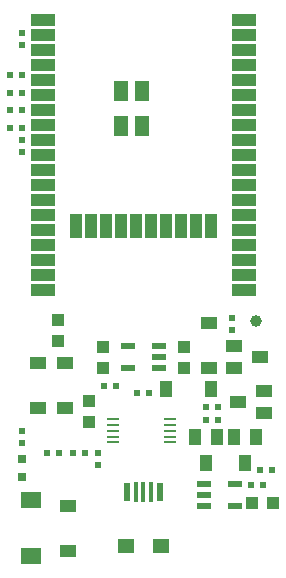
<source format=gbr>
G04 #@! TF.GenerationSoftware,KiCad,Pcbnew,5.1.0-rc2-unknown-036be7d~80~ubuntu16.04.1*
G04 #@! TF.CreationDate,2023-10-02T14:06:35+03:00*
G04 #@! TF.ProjectId,ESP32-DevKit-Lipo_Rev_D,45535033-322d-4446-9576-4b69742d4c69,D*
G04 #@! TF.SameCoordinates,Original*
G04 #@! TF.FileFunction,Paste,Top*
G04 #@! TF.FilePolarity,Positive*
%FSLAX46Y46*%
G04 Gerber Fmt 4.6, Leading zero omitted, Abs format (unit mm)*
G04 Created by KiCad (PCBNEW 5.1.0-rc2-unknown-036be7d~80~ubuntu16.04.1) date 2023-10-02 14:06:35*
%MOMM*%
%LPD*%
G04 APERTURE LIST*
%ADD10R,1.016000X1.016000*%
%ADD11R,1.400000X1.000000*%
%ADD12R,0.980000X0.230000*%
%ADD13R,1.000000X1.400000*%
%ADD14R,0.500000X0.550000*%
%ADD15R,1.200000X1.800000*%
%ADD16R,2.101600X1.001600*%
%ADD17R,1.001600X2.101600*%
%ADD18R,0.800000X0.800000*%
%ADD19R,1.200000X0.550000*%
%ADD20R,0.500000X1.650000*%
%ADD21R,0.396120X1.721120*%
%ADD22R,1.354000X1.254000*%
%ADD23R,1.754000X1.327000*%
%ADD24R,0.550000X0.500000*%
%ADD25C,1.000000*%
G04 APERTURE END LIST*
D10*
X154495500Y-113411000D03*
X152717500Y-113411000D03*
D11*
X134620000Y-105405000D03*
X134620000Y-101605000D03*
D12*
X140983000Y-108315000D03*
X140983000Y-107815000D03*
X140983000Y-107315000D03*
X140983000Y-106815000D03*
X140983000Y-106315000D03*
X145783000Y-106315000D03*
X145783000Y-106815000D03*
X145783000Y-107315000D03*
X145783000Y-107815000D03*
X145783000Y-108315000D03*
D13*
X153095960Y-107858560D03*
X151193500Y-107858560D03*
X152148540Y-110068360D03*
D14*
X149860000Y-105283000D03*
X148844000Y-105283000D03*
D11*
X136906000Y-101605000D03*
X136906000Y-105405000D03*
D10*
X138938000Y-104775000D03*
X138938000Y-106553000D03*
D14*
X141224000Y-103505000D03*
X140208000Y-103505000D03*
D15*
X143410000Y-81522000D03*
X143410000Y-78522000D03*
X141610000Y-81522000D03*
D16*
X152010000Y-94102000D03*
X152010000Y-92832000D03*
X152010000Y-91562000D03*
X152010000Y-90292000D03*
X152010000Y-95372000D03*
X135010000Y-95372000D03*
X135010000Y-90292000D03*
X135010000Y-91562000D03*
X135010000Y-92832000D03*
X135010000Y-94102000D03*
D15*
X141610000Y-78522000D03*
D16*
X135010000Y-72512000D03*
X135010000Y-73782000D03*
X135010000Y-75052000D03*
X135010000Y-76322000D03*
X135010000Y-77592000D03*
X135010000Y-78862000D03*
X135010000Y-80132000D03*
X135010000Y-81402000D03*
X135010000Y-82672000D03*
X135010000Y-83942000D03*
X135010000Y-85212000D03*
X135010000Y-86482000D03*
X135010000Y-87752000D03*
X135010000Y-89022000D03*
D17*
X137810000Y-90022000D03*
X139080000Y-90022000D03*
X140350000Y-90022000D03*
X141620000Y-90022000D03*
X142890000Y-90022000D03*
X144160000Y-90022000D03*
X145430000Y-90022000D03*
X146700000Y-90022000D03*
X147970000Y-90022000D03*
X149240000Y-90022000D03*
D16*
X152010000Y-89022000D03*
X152010000Y-87752000D03*
X152010000Y-86482000D03*
X152010000Y-85212000D03*
X152010000Y-83942000D03*
X152010000Y-82672000D03*
X152010000Y-81402000D03*
X152010000Y-80132000D03*
X152010000Y-78862000D03*
X152010000Y-77592000D03*
X152010000Y-76322000D03*
X152010000Y-75052000D03*
X152010000Y-73782000D03*
X152010000Y-72512000D03*
D18*
X133223000Y-109728000D03*
X133223000Y-111252000D03*
D11*
X151165560Y-100142040D03*
X151165560Y-102044500D03*
X153375360Y-101089460D03*
D13*
X149793960Y-107858560D03*
X147891500Y-107858560D03*
X148846540Y-110068360D03*
D19*
X148687000Y-111826000D03*
X148687000Y-112776000D03*
X148687000Y-113726000D03*
X151287000Y-111826000D03*
X151287000Y-113726000D03*
D11*
X151554000Y-104902000D03*
X153754000Y-103952000D03*
X153754000Y-105852000D03*
D20*
X142122500Y-112547000D03*
D21*
X142860000Y-112547000D03*
X143510000Y-112547000D03*
X144160000Y-112547000D03*
D20*
X144897500Y-112547000D03*
D22*
X142010000Y-117097000D03*
X145010000Y-117097000D03*
D23*
X133985000Y-117960000D03*
X133985000Y-113180000D03*
D11*
X137160000Y-113670000D03*
X137160000Y-117470000D03*
X149098000Y-98176000D03*
X149098000Y-101976000D03*
D10*
X146939000Y-100203000D03*
X146939000Y-101981000D03*
X140081000Y-100203000D03*
X140081000Y-101981000D03*
D24*
X151003000Y-97790000D03*
X151003000Y-98806000D03*
X133223000Y-82677000D03*
X133223000Y-83693000D03*
X133223000Y-107315000D03*
X133223000Y-108331000D03*
D14*
X153670000Y-111887000D03*
X152654000Y-111887000D03*
X132207000Y-80137001D03*
X133223000Y-80137001D03*
X136398000Y-109220000D03*
X135382000Y-109220000D03*
X149860000Y-106426000D03*
X148844000Y-106426000D03*
X153416000Y-110617000D03*
X154432000Y-110617000D03*
D24*
X133223000Y-74676000D03*
X133223000Y-73660000D03*
D14*
X133223000Y-77216000D03*
X132207000Y-77216000D03*
X132207000Y-78740000D03*
X133223000Y-78740000D03*
D24*
X139700000Y-110236000D03*
X139700000Y-109220000D03*
D14*
X137541000Y-109220000D03*
X138557000Y-109220000D03*
X133222999Y-81661000D03*
X132206999Y-81661000D03*
D10*
X136271000Y-97917000D03*
X136271000Y-99695000D03*
D13*
X145420000Y-103759000D03*
X149220000Y-103759000D03*
D14*
X144018000Y-104140000D03*
X143002000Y-104140000D03*
D19*
X142210000Y-100142000D03*
X142210000Y-102042000D03*
X144810000Y-100142000D03*
X144810000Y-101092000D03*
X144810000Y-102042000D03*
D25*
X153035000Y-98044000D03*
M02*

</source>
